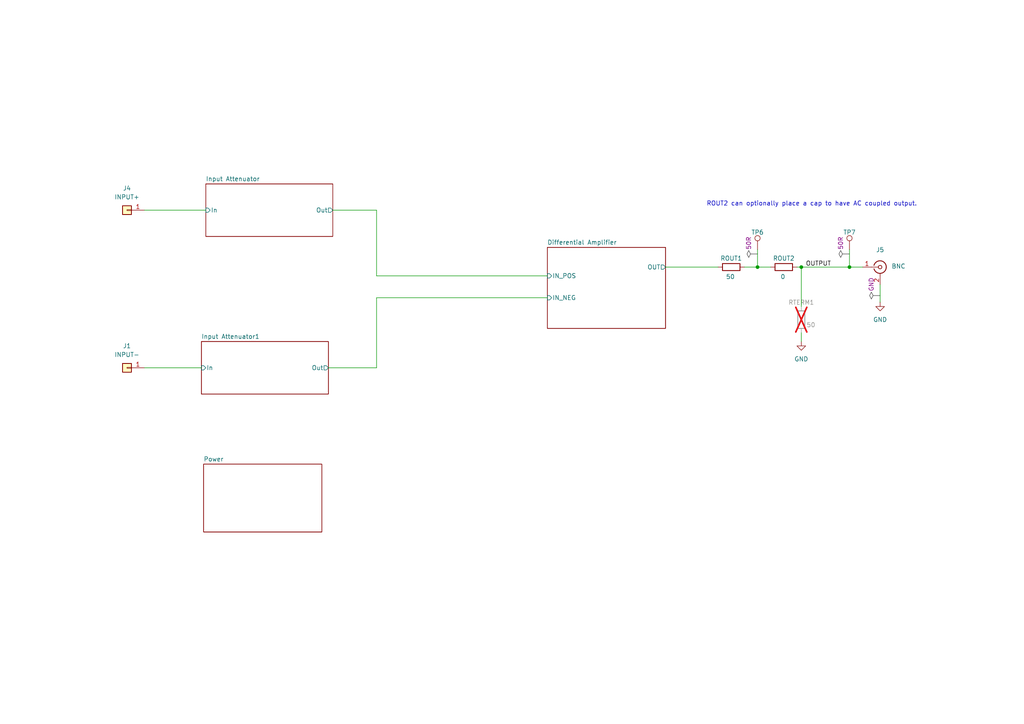
<source format=kicad_sch>
(kicad_sch (version 20250114) (generator "eeschema") (generator_version "9.0")
  (paper "A4")
  (title_block (title "Top") (date "2026-01-15") (rev "1"))
  (lib_symbols
    (symbol "Connector:Conn_Coaxial" (pin_names (offset 1.016) (hide yes))
      (property "Reference" "J" (at 0.254 3.048 0))
      (property "Value" "Conn_Coaxial" (at 2.921 0 90))
      (symbol "Conn_Coaxial_0_1"
        (polyline (pts (xy -2.54 0) (xy -0.508 0)))
        (arc (start 1.778 0) (mid 0.222 -1.8079) (end -1.778 -0.508) (stroke (width 0.254)))
        (arc (start -1.778 0.508) (mid 0.2221 1.8084) (end 1.778 0) (stroke (width 0.254)))
        (circle (center 0 0) (radius 0.508) (stroke (width 0.2032)))
        (polyline (pts (xy 0 -2.54) (xy 0 -1.778)))
      )
      (symbol "Conn_Coaxial_1_1"
        (pin passive line (at -5.08 0 0) (length 2.54) (name "In") (number "1"))
        (pin passive line (at 0 -5.08 90) (length 2.54) (name "Ext") (number "2"))
      )
    )
    (symbol "Connector:TestPoint" (pin_numbers (hide yes)) (pin_names (offset 0.762) (hide yes))
      (property "Reference" "TP" (at 0 6.858 0))
      (property "Value" "TestPoint" (at 0 5.08 0))
      (symbol "TestPoint_0_1"
        (circle (center 0 3.302) (radius 0.762))
      )
      (symbol "TestPoint_1_1"
        (pin passive line (at 0 0 90) (length 2.54) (name "1") (number "1"))
      )
    )
    (symbol "Connector_Generic:Conn_01x01" (pin_names (offset 1.016) (hide yes))
      (property "Reference" "J" (at 0 2.54 0))
      (property "Value" "Conn_01x01" (at 0 -2.54 0))
      (symbol "Conn_01x01_1_1"
        (rectangle (start -1.27 1.27) (end 1.27 -1.27) (stroke (width 0.254)) (fill (type background)))
        (rectangle (start -1.27 0.127) (end 0 -0.127) (stroke (width 0.1524)))
        (pin passive line (at -5.08 0 0) (length 3.81) (name "Pin_1") (number "1"))
      )
    )
    (symbol "Device:R" (pin_numbers (hide yes)) (pin_names (offset 0))
      (property "Reference" "R" (at 2.032 0 90))
      (property "Value" "R" (at 0 0 90))
      (symbol "R_0_1"
        (rectangle (start -1.016 -2.54) (end 1.016 2.54) (stroke (width 0.254)))
      )
      (symbol "R_1_1"
        (pin passive line (at 0 3.81 270) (length 1.27) (name "~") (number "1"))
        (pin passive line (at 0 -3.81 90) (length 1.27) (name "~") (number "2"))
      )
    )
    (symbol "power:GND" (power) (pin_numbers (hide yes)) (pin_names (offset 0) (hide yes))
      (property "Value" "GND" (at 0 -3.81 0))
      (symbol "GND_0_1"
        (polyline (pts (xy 0 0) (xy 0 -1.27) (xy 1.27 -1.27) (xy 0 -2.54) (xy -1.27 -1.27) (xy 0 -1.27)))
      )
      (symbol "GND_1_1"
        (pin power_in line (at 0 0 270) (length 0) (name "~") (number "1"))
      )
    )
  )
  (text "ROUT2 can optionally place a cap to have AC coupled output." (at 235.458 59.182 0) (effects (font (size 1.27 1.27))))
  (junction (at 219.71 77.47))
  (junction (at 246.38 77.47))
  (junction (at 232.41 77.47))
  (wire (pts (xy 96.52 60.96) (xy 109.22 60.96)))
  (wire (pts (xy 246.38 77.47) (xy 250.19 77.47)))
  (wire (pts (xy 219.71 72.39) (xy 219.71 77.47)))
  (wire (pts (xy 109.22 106.68) (xy 109.22 86.36)))
  (wire (pts (xy 109.22 80.01) (xy 158.75 80.01)))
  (wire (pts (xy 219.71 77.47) (xy 223.52 77.47)))
  (wire (pts (xy 193.04 77.47) (xy 208.28 77.47)))
  (wire (pts (xy 232.41 77.47) (xy 232.41 88.9)))
  (wire (pts (xy 246.38 72.39) (xy 246.38 77.47)))
  (wire (pts (xy 41.91 106.68) (xy 58.42 106.68)))
  (wire (pts (xy 232.41 77.47) (xy 246.38 77.47)))
  (wire (pts (xy 215.9 77.47) (xy 219.71 77.47)))
  (wire (pts (xy 109.22 60.96) (xy 109.22 80.01)))
  (wire (pts (xy 231.14 77.47) (xy 232.41 77.47)))
  (wire (pts (xy 41.91 60.96) (xy 59.69 60.96)))
  (wire (pts (xy 95.25 106.68) (xy 109.22 106.68)))
  (wire (pts (xy 232.41 96.52) (xy 232.41 99.06)))
  (wire (pts (xy 109.22 86.36) (xy 158.75 86.36)))
  (wire (pts (xy 255.27 82.55) (xy 255.27 87.63)))
  (label "OUTPUT" (at 233.68 77.47 0))
  (netclass_flag "" (length 2.54) (shape diamond) (at 255.27 85.725 90) (property "Netclass" "GND" (at 252.73 84.5185 90) (effects (justify left))))
  (netclass_flag "" (length 2.54) (shape diamond) (at 246.38 73.66 90) (property "Netclass" "50R" (at 243.84 72.4535 90) (effects (justify left))))
  (netclass_flag "" (length 2.54) (shape diamond) (at 219.71 73.66 90) (property "Netclass" "50R" (at 217.17 72.4535 90) (effects (justify left))))
  (symbol (lib_id "power:GND") (at 232.41 99.06 0) (unit 1)
    (property "Reference" "#PWR03" (effects (hide yes)))
    (property "Value" "GND" (at 232.41 104.14 0))
    (property "Description" "Power symbol creates a global label with name \"GND\" , ground" (effects (hide yes)))
  )
  (symbol (lib_id "Connector_Generic:Conn_01x01") (at 36.83 60.96 180) (unit 1)
    (property "Reference" "J4" (at 36.83 54.61 0))
    (property "Value" "INPUT+" (at 36.83 57.15 0))
    (property "Footprint" "TestPoint:TestPoint_Pad_2.5x2.5mm" (effects (hide yes)))
    (property "Description" "Positive input (pogo pin)" (effects (hide yes)))
  )
  (symbol (lib_id "Connector:Conn_Coaxial") (at 255.27 77.47 0) (unit 1)
    (property "Reference" "J5" (at 255.27 72.47 0))
    (property "Value" "BNC" (at 260.604 77.216 0))
    (property "Footprint" "Connector_Coaxial:BNC_Amphenol_B6252HB-NPP3G-50_Horizontal" (effects (hide yes)))
    (property "Description" "Output BNC connector" (effects (hide yes)))
  )
  (symbol (lib_id "Device:R") (at 232.41 92.71 0) (unit 1) (dnp yes)
    (property "Reference" "RTERM1" (at 232.41 87.71 0))
    (property "Value" "50" (at 235.204 94.234 0))
    (property "Footprint" "Resistor_SMD:R_0402_1005Metric_Pad0.72x0.64mm_HandSolder" (effects (hide yes)))
    (property "Description" "Scope input termination (represents scope)" (effects (hide yes)))
  )
  (symbol (lib_id "Device:R") (at 227.33 77.47 90) (unit 1)
    (property "Reference" "ROUT2" (at 227.33 74.93 90))
    (property "Value" "0" (at 227.076 80.264 90))
    (property "Footprint" "Resistor_SMD:R_0402_1005Metric_Pad0.72x0.64mm_HandSolder" (effects (hide yes)))
    (property "Description" "Output termination" (effects (hide yes)))
  )
  (symbol (lib_id "Connector:TestPoint") (at 219.71 72.39 0) (unit 1)
    (property "Reference" "TP6" (at 219.71 67.39 0))
    (property "Value" "TP" (effects (hide yes)))
    (property "Footprint" "TestPoint:TestPoint_Pad_D1.0mm" (effects (hide yes)))
    (property "Description" "Test point - Output" (effects (hide yes)))
  )
  (symbol (lib_id "Device:R") (at 212.09 77.47 90) (unit 1)
    (property "Reference" "ROUT1" (at 212.09 74.93 90))
    (property "Value" "50" (at 211.836 80.264 90))
    (property "Footprint" "Resistor_SMD:R_0402_1005Metric_Pad0.72x0.64mm_HandSolder" (effects (hide yes)))
    (property "Description" "Output termination" (effects (hide yes)))
  )
  (symbol (lib_id "power:GND") (at 255.27 87.63 0) (unit 1)
    (property "Reference" "#PWR013" (effects (hide yes)))
    (property "Value" "GND" (at 255.27 92.71 0))
    (property "Description" "Power symbol creates a global label with name \"GND\" , ground" (effects (hide yes)))
  )
  (symbol (lib_id "Connector_Generic:Conn_01x01") (at 36.83 106.68 180) (unit 1)
    (property "Reference" "J1" (at 36.83 100.33 0))
    (property "Value" "INPUT-" (at 36.83 102.87 0))
    (property "Footprint" "TestPoint:TestPoint_Pad_2.5x2.5mm" (effects (hide yes)))
    (property "Description" "Positive input (pogo pin)" (effects (hide yes)))
  )
  (symbol (lib_id "Connector:TestPoint") (at 246.38 72.39 0) (unit 1)
    (property "Reference" "TP7" (at 246.38 67.39 0))
    (property "Value" "TP" (effects (hide yes)))
    (property "Footprint" "TestPoint:TestPoint_Pad_D1.0mm" (effects (hide yes)))
    (property "Description" "Test point - Output" (effects (hide yes)))
  )
  (sheet (at 58.42 99.06) (size 36.83 15.24) (stroke (width 0.1524))
    (property "Sheetname" "Input Attenuator1" (at 58.42 98.3484 0) (effects (justify left bottom)))
    (property "Sheetfile" "InputAttenuator.kicad_sch" (effects (hide yes)))
    (pin "Out" output (at 95.25 106.68 0))
    (pin "In" input (at 58.42 106.68 180))
  )
  (sheet (at 59.055 134.62) (size 34.29 19.685) (stroke (width 0.1524))
    (property "Sheetname" "Power" (at 59.055 133.9084 0) (effects (justify left bottom)))
    (property "Sheetfile" "Power.kicad_sch" (effects (hide yes)))
  )
  (sheet (at 59.69 53.34) (size 36.83 15.24) (stroke (width 0.1524))
    (property "Sheetname" "Input Attenuator" (at 59.69 52.6284 0) (effects (justify left bottom)))
    (property "Sheetfile" "InputAttenuator.kicad_sch" (effects (hide yes)))
    (pin "Out" output (at 96.52 60.96 0))
    (pin "In" input (at 59.69 60.96 180))
  )
  (sheet (at 158.75 71.755) (size 34.29 23.495) (stroke (width 0.1524))
    (property "Sheetname" "Differential Amplifier" (at 158.75 71.0434 0) (effects (justify left bottom)))
    (property "Sheetfile" "DiffAmp.kicad_sch" (effects (hide yes)))
    (pin "IN_POS" input (at 158.75 80.01 180))
    (pin "IN_NEG" input (at 158.75 86.36 180))
    (pin "OUT" output (at 193.04 77.47 0))
  )
)
</source>
